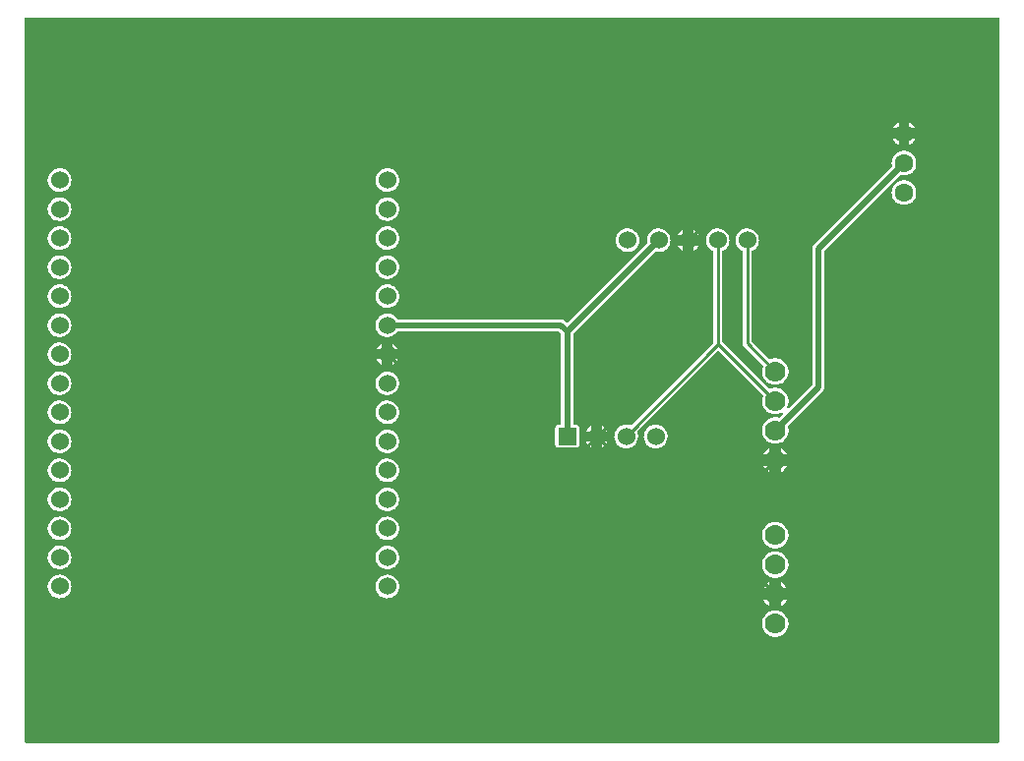
<source format=gbl>
G04 Layer: BottomLayer*
G04 EasyEDA v6.5.22, 2023-01-16 17:42:31*
G04 f8123aca958c4c3ea5a118542eafadee,9c419fbbf7cf4e6293d4911e9c662303,10*
G04 Gerber Generator version 0.2*
G04 Scale: 100 percent, Rotated: No, Reflected: No *
G04 Dimensions in inches *
G04 leading zeros omitted , absolute positions ,3 integer and 6 decimal *
%FSLAX36Y36*%
%MOIN*%

%ADD10C,0.0200*%
%ADD11C,0.0100*%
%ADD12R,0.0600X0.0600*%
%ADD13C,0.0600*%
%ADD14C,0.0630*%
%ADD15C,0.0700*%
%ADD16C,0.0126*%

%LPD*%
G36*
X289800Y600700D02*
G01*
X288260Y601000D01*
X286980Y601880D01*
X286100Y603160D01*
X285800Y604700D01*
X285800Y3055800D01*
X286100Y3057340D01*
X286980Y3058620D01*
X288260Y3059500D01*
X289800Y3059800D01*
X3585800Y3059800D01*
X3587340Y3059500D01*
X3588620Y3058620D01*
X3589500Y3057340D01*
X3589800Y3055800D01*
X3589800Y604700D01*
X3589500Y603160D01*
X3588620Y601880D01*
X3587340Y601000D01*
X3585800Y600700D01*
G37*

%LPC*%
G36*
X2830000Y959800D02*
G01*
X2835659Y960160D01*
X2841240Y961220D01*
X2846640Y962980D01*
X2851780Y965400D01*
X2856560Y968439D01*
X2860940Y972060D01*
X2864820Y976200D01*
X2868159Y980780D01*
X2870899Y985759D01*
X2872980Y991040D01*
X2874400Y996540D01*
X2875100Y1002159D01*
X2875100Y1007840D01*
X2874400Y1013460D01*
X2872980Y1018960D01*
X2870899Y1024240D01*
X2868159Y1029220D01*
X2864820Y1033800D01*
X2860940Y1037940D01*
X2856560Y1041560D01*
X2851780Y1044599D01*
X2846640Y1047020D01*
X2841240Y1048780D01*
X2835659Y1049840D01*
X2830000Y1050200D01*
X2824340Y1049840D01*
X2818759Y1048780D01*
X2813360Y1047020D01*
X2808220Y1044599D01*
X2803440Y1041560D01*
X2799060Y1037940D01*
X2795179Y1033800D01*
X2791840Y1029220D01*
X2789100Y1024240D01*
X2787020Y1018960D01*
X2785600Y1013460D01*
X2784900Y1007840D01*
X2784900Y1002159D01*
X2785600Y996540D01*
X2787020Y991040D01*
X2789100Y985759D01*
X2791840Y980780D01*
X2795179Y976200D01*
X2799060Y972060D01*
X2803440Y968439D01*
X2808220Y965400D01*
X2813360Y962980D01*
X2818759Y961220D01*
X2824340Y960160D01*
G37*
G36*
X2850000Y1064560D02*
G01*
X2851780Y1065400D01*
X2856560Y1068440D01*
X2860940Y1072060D01*
X2864820Y1076200D01*
X2868159Y1080780D01*
X2870480Y1085000D01*
X2850000Y1085000D01*
G37*
G36*
X2810000Y1064560D02*
G01*
X2810000Y1085000D01*
X2789520Y1085000D01*
X2791840Y1080780D01*
X2795179Y1076200D01*
X2799060Y1072060D01*
X2803440Y1068440D01*
X2808220Y1065400D01*
G37*
G36*
X403540Y1090860D02*
G01*
X408900Y1091040D01*
X414200Y1091920D01*
X419320Y1093520D01*
X424200Y1095780D01*
X428720Y1098660D01*
X432819Y1102140D01*
X436420Y1106120D01*
X439460Y1110540D01*
X441880Y1115340D01*
X443640Y1120400D01*
X444720Y1125660D01*
X445080Y1131020D01*
X444720Y1136380D01*
X443640Y1141640D01*
X441880Y1146720D01*
X439460Y1151500D01*
X436420Y1155940D01*
X432819Y1159920D01*
X428720Y1163380D01*
X424200Y1166260D01*
X419320Y1168520D01*
X414200Y1170120D01*
X408900Y1171020D01*
X403540Y1171200D01*
X398200Y1170660D01*
X392980Y1169420D01*
X387960Y1167480D01*
X383260Y1164900D01*
X378940Y1161720D01*
X375080Y1157980D01*
X371740Y1153760D01*
X369020Y1149160D01*
X366920Y1144200D01*
X365500Y1139020D01*
X364780Y1133700D01*
X364780Y1128340D01*
X365500Y1123020D01*
X366920Y1117840D01*
X369020Y1112900D01*
X371740Y1108280D01*
X375080Y1104060D01*
X378940Y1100340D01*
X383260Y1097140D01*
X387960Y1094560D01*
X392980Y1092640D01*
X398200Y1091400D01*
G37*
G36*
X1513779Y1090860D02*
G01*
X1519139Y1091040D01*
X1524440Y1091920D01*
X1529560Y1093520D01*
X1534440Y1095780D01*
X1538959Y1098660D01*
X1543060Y1102140D01*
X1546660Y1106120D01*
X1549700Y1110540D01*
X1552120Y1115340D01*
X1553880Y1120400D01*
X1554960Y1125660D01*
X1555300Y1131020D01*
X1554960Y1136380D01*
X1553880Y1141640D01*
X1552120Y1146720D01*
X1549700Y1151500D01*
X1546660Y1155940D01*
X1543060Y1159920D01*
X1538959Y1163380D01*
X1534440Y1166260D01*
X1529560Y1168520D01*
X1524440Y1170120D01*
X1519139Y1171020D01*
X1513779Y1171200D01*
X1508440Y1170660D01*
X1503220Y1169420D01*
X1498200Y1167480D01*
X1493500Y1164900D01*
X1489160Y1161720D01*
X1485320Y1157980D01*
X1481980Y1153760D01*
X1479240Y1149160D01*
X1477160Y1144200D01*
X1475740Y1139020D01*
X1475020Y1133700D01*
X1475020Y1128340D01*
X1475740Y1123020D01*
X1477160Y1117840D01*
X1479240Y1112900D01*
X1481980Y1108280D01*
X1485320Y1104060D01*
X1489160Y1100340D01*
X1493500Y1097140D01*
X1498200Y1094560D01*
X1503220Y1092640D01*
X1508440Y1091400D01*
G37*
G36*
X2850000Y1125000D02*
G01*
X2870480Y1125000D01*
X2868159Y1129220D01*
X2864820Y1133800D01*
X2860940Y1137940D01*
X2856560Y1141560D01*
X2851780Y1144600D01*
X2850000Y1145440D01*
G37*
G36*
X2789520Y1125000D02*
G01*
X2810000Y1125000D01*
X2810000Y1145440D01*
X2808220Y1144600D01*
X2803440Y1141560D01*
X2799060Y1137940D01*
X2795179Y1133800D01*
X2791840Y1129220D01*
G37*
G36*
X2830000Y1159800D02*
G01*
X2835659Y1160160D01*
X2841240Y1161220D01*
X2846640Y1162980D01*
X2851780Y1165400D01*
X2856560Y1168440D01*
X2860940Y1172060D01*
X2864820Y1176200D01*
X2868159Y1180780D01*
X2870899Y1185760D01*
X2872980Y1191040D01*
X2874400Y1196540D01*
X2875100Y1202160D01*
X2875100Y1207840D01*
X2874400Y1213460D01*
X2872980Y1218960D01*
X2870899Y1224240D01*
X2868159Y1229220D01*
X2864820Y1233800D01*
X2860940Y1237940D01*
X2856560Y1241560D01*
X2851780Y1244600D01*
X2846640Y1247020D01*
X2841240Y1248780D01*
X2835659Y1249840D01*
X2830000Y1250200D01*
X2824340Y1249840D01*
X2818759Y1248780D01*
X2813360Y1247020D01*
X2808220Y1244600D01*
X2803440Y1241560D01*
X2799060Y1237940D01*
X2795179Y1233800D01*
X2791840Y1229220D01*
X2789100Y1224240D01*
X2787020Y1218960D01*
X2785600Y1213460D01*
X2784900Y1207840D01*
X2784900Y1202160D01*
X2785600Y1196540D01*
X2787020Y1191040D01*
X2789100Y1185760D01*
X2791840Y1180780D01*
X2795179Y1176200D01*
X2799060Y1172060D01*
X2803440Y1168440D01*
X2808220Y1165400D01*
X2813360Y1162980D01*
X2818759Y1161220D01*
X2824340Y1160160D01*
G37*
G36*
X403540Y1189280D02*
G01*
X408900Y1189460D01*
X414200Y1190360D01*
X419320Y1191940D01*
X424200Y1194200D01*
X428720Y1197100D01*
X432819Y1200560D01*
X436420Y1204540D01*
X439460Y1208960D01*
X441880Y1213760D01*
X443640Y1218840D01*
X444720Y1224100D01*
X445080Y1229440D01*
X444720Y1234800D01*
X443640Y1240060D01*
X441880Y1245140D01*
X439460Y1249940D01*
X436420Y1254360D01*
X432819Y1258340D01*
X428720Y1261800D01*
X424200Y1264700D01*
X419320Y1266960D01*
X414200Y1268540D01*
X408900Y1269440D01*
X403540Y1269620D01*
X398200Y1269080D01*
X392980Y1267840D01*
X387960Y1265900D01*
X383260Y1263320D01*
X378940Y1260140D01*
X375080Y1256400D01*
X371740Y1252200D01*
X369020Y1247580D01*
X366920Y1242640D01*
X365500Y1237460D01*
X364780Y1232140D01*
X364780Y1226760D01*
X365500Y1221440D01*
X366920Y1216260D01*
X369020Y1211320D01*
X371740Y1206700D01*
X375080Y1202500D01*
X378940Y1198760D01*
X383260Y1195580D01*
X387960Y1193000D01*
X392980Y1191060D01*
X398200Y1189820D01*
G37*
G36*
X1513779Y1189280D02*
G01*
X1519139Y1189460D01*
X1524440Y1190360D01*
X1529560Y1191940D01*
X1534440Y1194200D01*
X1538959Y1197100D01*
X1543060Y1200560D01*
X1546660Y1204540D01*
X1549700Y1208960D01*
X1552120Y1213760D01*
X1553880Y1218840D01*
X1554960Y1224100D01*
X1555300Y1229440D01*
X1554960Y1234800D01*
X1553880Y1240060D01*
X1552120Y1245140D01*
X1549700Y1249940D01*
X1546660Y1254360D01*
X1543060Y1258340D01*
X1538959Y1261800D01*
X1534440Y1264700D01*
X1529560Y1266960D01*
X1524440Y1268540D01*
X1519139Y1269440D01*
X1513779Y1269620D01*
X1508440Y1269080D01*
X1503220Y1267840D01*
X1498200Y1265900D01*
X1493500Y1263320D01*
X1489160Y1260140D01*
X1485320Y1256400D01*
X1481980Y1252200D01*
X1479240Y1247580D01*
X1477160Y1242640D01*
X1475740Y1237460D01*
X1475020Y1232140D01*
X1475020Y1226760D01*
X1475740Y1221440D01*
X1477160Y1216260D01*
X1479240Y1211320D01*
X1481980Y1206700D01*
X1485320Y1202500D01*
X1489160Y1198760D01*
X1493500Y1195580D01*
X1498200Y1193000D01*
X1503220Y1191060D01*
X1508440Y1189820D01*
G37*
G36*
X2830000Y1259800D02*
G01*
X2835659Y1260160D01*
X2841240Y1261220D01*
X2846640Y1262980D01*
X2851780Y1265400D01*
X2856560Y1268440D01*
X2860940Y1272060D01*
X2864820Y1276200D01*
X2868159Y1280780D01*
X2870899Y1285760D01*
X2872980Y1291040D01*
X2874400Y1296540D01*
X2875100Y1302160D01*
X2875100Y1307840D01*
X2874400Y1313460D01*
X2872980Y1318959D01*
X2870899Y1324240D01*
X2868159Y1329220D01*
X2864820Y1333800D01*
X2860940Y1337940D01*
X2856560Y1341560D01*
X2851780Y1344600D01*
X2846640Y1347020D01*
X2841240Y1348779D01*
X2835659Y1349840D01*
X2830000Y1350200D01*
X2824340Y1349840D01*
X2818759Y1348779D01*
X2813360Y1347020D01*
X2808220Y1344600D01*
X2803440Y1341560D01*
X2799060Y1337940D01*
X2795179Y1333800D01*
X2791840Y1329220D01*
X2789100Y1324240D01*
X2787020Y1318959D01*
X2785600Y1313460D01*
X2784900Y1307840D01*
X2784900Y1302160D01*
X2785600Y1296540D01*
X2787020Y1291040D01*
X2789100Y1285760D01*
X2791840Y1280780D01*
X2795179Y1276200D01*
X2799060Y1272060D01*
X2803440Y1268440D01*
X2808220Y1265400D01*
X2813360Y1262980D01*
X2818759Y1261220D01*
X2824340Y1260160D01*
G37*
G36*
X403540Y1287700D02*
G01*
X408900Y1287880D01*
X414200Y1288779D01*
X419320Y1290360D01*
X424200Y1292620D01*
X428720Y1295520D01*
X432819Y1298980D01*
X436420Y1302960D01*
X439460Y1307400D01*
X441880Y1312180D01*
X443640Y1317260D01*
X444720Y1322520D01*
X445080Y1327880D01*
X444720Y1333240D01*
X443640Y1338500D01*
X441880Y1343560D01*
X439460Y1348360D01*
X436420Y1352780D01*
X432819Y1356759D01*
X428720Y1360240D01*
X424200Y1363120D01*
X419320Y1365380D01*
X414200Y1366980D01*
X408900Y1367860D01*
X403540Y1368040D01*
X398200Y1367500D01*
X392980Y1366260D01*
X387960Y1364340D01*
X383260Y1361759D01*
X378940Y1358560D01*
X375080Y1354840D01*
X371740Y1350620D01*
X369020Y1346000D01*
X366920Y1341060D01*
X365500Y1335880D01*
X364780Y1330560D01*
X364780Y1325200D01*
X365500Y1319860D01*
X366920Y1314700D01*
X369020Y1309740D01*
X371740Y1305120D01*
X375080Y1300920D01*
X378940Y1297180D01*
X383260Y1294000D01*
X387960Y1291420D01*
X392980Y1289480D01*
X398200Y1288240D01*
G37*
G36*
X1513779Y1287700D02*
G01*
X1519139Y1287880D01*
X1524440Y1288779D01*
X1529560Y1290360D01*
X1534440Y1292620D01*
X1538959Y1295520D01*
X1543060Y1298980D01*
X1546660Y1302960D01*
X1549700Y1307400D01*
X1552120Y1312180D01*
X1553880Y1317260D01*
X1554960Y1322520D01*
X1555300Y1327880D01*
X1554960Y1333240D01*
X1553880Y1338500D01*
X1552120Y1343560D01*
X1549700Y1348360D01*
X1546660Y1352780D01*
X1543060Y1356759D01*
X1538959Y1360240D01*
X1534440Y1363120D01*
X1529560Y1365380D01*
X1524440Y1366980D01*
X1519139Y1367860D01*
X1513779Y1368040D01*
X1508440Y1367500D01*
X1503220Y1366260D01*
X1498200Y1364340D01*
X1493500Y1361759D01*
X1489160Y1358560D01*
X1485320Y1354840D01*
X1481980Y1350620D01*
X1479240Y1346000D01*
X1477160Y1341060D01*
X1475740Y1335880D01*
X1475020Y1330560D01*
X1475020Y1325200D01*
X1475740Y1319860D01*
X1477160Y1314700D01*
X1479240Y1309740D01*
X1481980Y1305120D01*
X1485320Y1300920D01*
X1489160Y1297180D01*
X1493500Y1294000D01*
X1498200Y1291420D01*
X1503220Y1289480D01*
X1508440Y1288240D01*
G37*
G36*
X403540Y1386140D02*
G01*
X408900Y1386320D01*
X414200Y1387200D01*
X419320Y1388800D01*
X424200Y1391060D01*
X428720Y1393940D01*
X432819Y1397400D01*
X436420Y1401399D01*
X439460Y1405820D01*
X441880Y1410600D01*
X443640Y1415680D01*
X444720Y1420940D01*
X445080Y1426300D01*
X444720Y1431660D01*
X443640Y1436920D01*
X441880Y1442000D01*
X439460Y1446780D01*
X436420Y1451200D01*
X432819Y1455200D01*
X428720Y1458660D01*
X424200Y1461540D01*
X419320Y1463800D01*
X414200Y1465400D01*
X408900Y1466279D01*
X403540Y1466459D01*
X398200Y1465940D01*
X392980Y1464680D01*
X387960Y1462760D01*
X383260Y1460180D01*
X378940Y1457000D01*
X375080Y1453260D01*
X371740Y1449040D01*
X369020Y1444420D01*
X366920Y1439480D01*
X365500Y1434300D01*
X364780Y1428980D01*
X364780Y1423620D01*
X365500Y1418300D01*
X366920Y1413120D01*
X369020Y1408180D01*
X371740Y1403560D01*
X375080Y1399340D01*
X378940Y1395600D01*
X383260Y1392420D01*
X387960Y1389840D01*
X392980Y1387920D01*
X398200Y1386660D01*
G37*
G36*
X1513779Y1386140D02*
G01*
X1519139Y1386320D01*
X1524440Y1387200D01*
X1529560Y1388800D01*
X1534440Y1391060D01*
X1538959Y1393940D01*
X1543060Y1397400D01*
X1546660Y1401399D01*
X1549700Y1405820D01*
X1552120Y1410600D01*
X1553880Y1415680D01*
X1554960Y1420940D01*
X1555300Y1426300D01*
X1554960Y1431660D01*
X1553880Y1436920D01*
X1552120Y1442000D01*
X1549700Y1446780D01*
X1546660Y1451200D01*
X1543060Y1455200D01*
X1538959Y1458660D01*
X1534440Y1461540D01*
X1529560Y1463800D01*
X1524440Y1465400D01*
X1519139Y1466279D01*
X1513779Y1466459D01*
X1508440Y1465940D01*
X1503220Y1464680D01*
X1498200Y1462760D01*
X1493500Y1460180D01*
X1489160Y1457000D01*
X1485320Y1453260D01*
X1481980Y1449040D01*
X1479240Y1444420D01*
X1477160Y1439480D01*
X1475740Y1434300D01*
X1475020Y1428980D01*
X1475020Y1423620D01*
X1475740Y1418300D01*
X1477160Y1413120D01*
X1479240Y1408180D01*
X1481980Y1403560D01*
X1485320Y1399340D01*
X1489160Y1395600D01*
X1493500Y1392420D01*
X1498200Y1389840D01*
X1503220Y1387920D01*
X1508440Y1386660D01*
G37*
G36*
X403540Y1484560D02*
G01*
X408900Y1484740D01*
X414200Y1485620D01*
X419320Y1487220D01*
X424200Y1489480D01*
X428720Y1492360D01*
X432819Y1495840D01*
X436420Y1499820D01*
X439460Y1504240D01*
X441880Y1509040D01*
X443640Y1514100D01*
X444720Y1519360D01*
X445080Y1524720D01*
X444720Y1530080D01*
X443640Y1535340D01*
X441880Y1540420D01*
X439460Y1545200D01*
X436420Y1549640D01*
X432819Y1553620D01*
X428720Y1557080D01*
X424200Y1559980D01*
X419320Y1562240D01*
X414200Y1563820D01*
X408900Y1564720D01*
X403540Y1564900D01*
X398200Y1564360D01*
X392980Y1563120D01*
X387960Y1561180D01*
X383260Y1558600D01*
X378940Y1555420D01*
X375080Y1551680D01*
X371740Y1547480D01*
X369020Y1542860D01*
X366920Y1537900D01*
X365500Y1532740D01*
X364780Y1527400D01*
X364780Y1522040D01*
X365500Y1516720D01*
X366920Y1511540D01*
X369020Y1506600D01*
X371740Y1501980D01*
X375080Y1497760D01*
X378940Y1494040D01*
X383260Y1490840D01*
X387960Y1488260D01*
X392980Y1486339D01*
X398200Y1485100D01*
G37*
G36*
X1513779Y1484560D02*
G01*
X1519139Y1484740D01*
X1524440Y1485620D01*
X1529560Y1487220D01*
X1534440Y1489480D01*
X1538959Y1492360D01*
X1543060Y1495840D01*
X1546660Y1499820D01*
X1549700Y1504240D01*
X1552120Y1509040D01*
X1553880Y1514100D01*
X1554960Y1519360D01*
X1555300Y1524720D01*
X1554960Y1530080D01*
X1553880Y1535340D01*
X1552120Y1540420D01*
X1549700Y1545200D01*
X1546660Y1549640D01*
X1543060Y1553620D01*
X1538959Y1557080D01*
X1534440Y1559980D01*
X1529560Y1562240D01*
X1524440Y1563820D01*
X1519139Y1564720D01*
X1513779Y1564900D01*
X1508440Y1564360D01*
X1503220Y1563120D01*
X1498200Y1561180D01*
X1493500Y1558600D01*
X1489160Y1555420D01*
X1485320Y1551680D01*
X1481980Y1547480D01*
X1479240Y1542860D01*
X1477160Y1537900D01*
X1475740Y1532740D01*
X1475020Y1527400D01*
X1475020Y1522040D01*
X1475740Y1516720D01*
X1477160Y1511540D01*
X1479240Y1506600D01*
X1481980Y1501980D01*
X1485320Y1497760D01*
X1489160Y1494040D01*
X1493500Y1490840D01*
X1498200Y1488260D01*
X1503220Y1486339D01*
X1508440Y1485100D01*
G37*
G36*
X2850000Y1519560D02*
G01*
X2851780Y1520400D01*
X2856560Y1523440D01*
X2860940Y1527060D01*
X2864820Y1531200D01*
X2868159Y1535780D01*
X2870480Y1540000D01*
X2850000Y1540000D01*
G37*
G36*
X2810000Y1519560D02*
G01*
X2810000Y1540000D01*
X2789520Y1540000D01*
X2791840Y1535780D01*
X2795179Y1531200D01*
X2799060Y1527060D01*
X2803440Y1523440D01*
X2808220Y1520400D01*
G37*
G36*
X2789520Y1580000D02*
G01*
X2810000Y1580000D01*
X2810000Y1600440D01*
X2808220Y1599600D01*
X2803440Y1596560D01*
X2799060Y1592940D01*
X2795179Y1588800D01*
X2791840Y1584220D01*
G37*
G36*
X2850000Y1580000D02*
G01*
X2870480Y1580000D01*
X2868159Y1584220D01*
X2864820Y1588800D01*
X2860940Y1592940D01*
X2856560Y1596560D01*
X2851780Y1599600D01*
X2850000Y1600440D01*
G37*
G36*
X403540Y1582980D02*
G01*
X408900Y1583160D01*
X414200Y1584060D01*
X419320Y1585640D01*
X424200Y1587900D01*
X428720Y1590800D01*
X432819Y1594259D01*
X436420Y1598240D01*
X439460Y1602660D01*
X441880Y1607460D01*
X443640Y1612540D01*
X444720Y1617800D01*
X445080Y1623140D01*
X444720Y1628500D01*
X443640Y1633760D01*
X441880Y1638839D01*
X439460Y1643640D01*
X436420Y1648060D01*
X432819Y1652040D01*
X428720Y1655500D01*
X424200Y1658400D01*
X419320Y1660660D01*
X414200Y1662240D01*
X408900Y1663140D01*
X403540Y1663320D01*
X398200Y1662780D01*
X392980Y1661540D01*
X387960Y1659600D01*
X383260Y1657020D01*
X378940Y1653839D01*
X375080Y1650100D01*
X371740Y1645900D01*
X369020Y1641279D01*
X366920Y1636339D01*
X365500Y1631160D01*
X364780Y1625840D01*
X364780Y1620460D01*
X365500Y1615140D01*
X366920Y1609960D01*
X369020Y1605020D01*
X371740Y1600400D01*
X375080Y1596200D01*
X378940Y1592460D01*
X383260Y1589280D01*
X387960Y1586699D01*
X392980Y1584760D01*
X398200Y1583520D01*
G37*
G36*
X1513779Y1582980D02*
G01*
X1519139Y1583160D01*
X1524440Y1584060D01*
X1529560Y1585640D01*
X1534440Y1587900D01*
X1538959Y1590800D01*
X1543060Y1594259D01*
X1546660Y1598240D01*
X1549700Y1602660D01*
X1552120Y1607460D01*
X1553880Y1612540D01*
X1554960Y1617800D01*
X1555300Y1623140D01*
X1554960Y1628500D01*
X1553880Y1633760D01*
X1552120Y1638839D01*
X1549700Y1643640D01*
X1546660Y1648060D01*
X1543060Y1652040D01*
X1538959Y1655500D01*
X1534440Y1658400D01*
X1529560Y1660660D01*
X1524440Y1662240D01*
X1519139Y1663140D01*
X1513779Y1663320D01*
X1508440Y1662780D01*
X1503220Y1661540D01*
X1498200Y1659600D01*
X1493500Y1657020D01*
X1489160Y1653839D01*
X1485320Y1650100D01*
X1481980Y1645900D01*
X1479240Y1641279D01*
X1477160Y1636339D01*
X1475740Y1631160D01*
X1475020Y1625840D01*
X1475020Y1620460D01*
X1475740Y1615140D01*
X1477160Y1609960D01*
X1479240Y1605020D01*
X1481980Y1600400D01*
X1485320Y1596200D01*
X1489160Y1592460D01*
X1493500Y1589280D01*
X1498200Y1586699D01*
X1503220Y1584760D01*
X1508440Y1583520D01*
G37*
G36*
X2095220Y1599800D02*
G01*
X2154780Y1599800D01*
X2157260Y1600080D01*
X2159420Y1600840D01*
X2161340Y1602040D01*
X2162960Y1603660D01*
X2164160Y1605580D01*
X2164920Y1607740D01*
X2165200Y1610220D01*
X2165200Y1669780D01*
X2164920Y1672260D01*
X2164160Y1674420D01*
X2162960Y1676339D01*
X2161340Y1677960D01*
X2159420Y1679160D01*
X2157260Y1679920D01*
X2154780Y1680200D01*
X2149200Y1680200D01*
X2147680Y1680500D01*
X2146380Y1681380D01*
X2145500Y1682660D01*
X2145200Y1684199D01*
X2145200Y1984980D01*
X2145500Y1986500D01*
X2146380Y1987800D01*
X2423200Y2264640D01*
X2424300Y2265420D01*
X2425600Y2265780D01*
X2426960Y2265700D01*
X2428320Y2265360D01*
X2433660Y2264840D01*
X2439020Y2265020D01*
X2444320Y2265900D01*
X2449440Y2267500D01*
X2454320Y2269760D01*
X2458840Y2272640D01*
X2462940Y2276100D01*
X2466540Y2280100D01*
X2469580Y2284520D01*
X2472000Y2289300D01*
X2473760Y2294380D01*
X2474840Y2299640D01*
X2475200Y2305000D01*
X2474840Y2310360D01*
X2473760Y2315620D01*
X2472000Y2320700D01*
X2469580Y2325480D01*
X2466540Y2329900D01*
X2462940Y2333900D01*
X2458840Y2337360D01*
X2454320Y2340240D01*
X2449440Y2342500D01*
X2444320Y2344100D01*
X2439020Y2344980D01*
X2433660Y2345160D01*
X2428320Y2344640D01*
X2423100Y2343380D01*
X2418080Y2341460D01*
X2413380Y2338880D01*
X2409060Y2335700D01*
X2405200Y2331960D01*
X2401860Y2327740D01*
X2399120Y2323120D01*
X2397040Y2318180D01*
X2395620Y2313000D01*
X2394900Y2307680D01*
X2394900Y2302320D01*
X2395700Y2296520D01*
X2395700Y2295300D01*
X2395300Y2294140D01*
X2394580Y2293140D01*
X2127820Y2026399D01*
X2126540Y2025520D01*
X2125000Y2025220D01*
X2123480Y2025520D01*
X2122180Y2026399D01*
X2117500Y2031080D01*
X2116140Y2032320D01*
X2114740Y2033400D01*
X2113240Y2034340D01*
X2111680Y2035160D01*
X2110060Y2035820D01*
X2108380Y2036360D01*
X2106660Y2036740D01*
X2104920Y2036980D01*
X2103060Y2037060D01*
X1552000Y2037060D01*
X1550720Y2037260D01*
X1549580Y2037860D01*
X1548700Y2038779D01*
X1546660Y2041759D01*
X1543060Y2045740D01*
X1538959Y2049199D01*
X1534440Y2052100D01*
X1529560Y2054360D01*
X1524440Y2055940D01*
X1519139Y2056840D01*
X1513779Y2057020D01*
X1508440Y2056480D01*
X1503220Y2055240D01*
X1498200Y2053300D01*
X1493500Y2050720D01*
X1489160Y2047540D01*
X1485320Y2043820D01*
X1481980Y2039600D01*
X1479240Y2034980D01*
X1477160Y2030040D01*
X1475740Y2024860D01*
X1475020Y2019540D01*
X1475020Y2014160D01*
X1475740Y2008839D01*
X1477160Y2003660D01*
X1479240Y1998720D01*
X1481980Y1994100D01*
X1485320Y1989900D01*
X1489160Y1986160D01*
X1493500Y1982980D01*
X1498200Y1980400D01*
X1503220Y1978460D01*
X1508440Y1977220D01*
X1513779Y1976680D01*
X1519139Y1976860D01*
X1524440Y1977760D01*
X1529560Y1979340D01*
X1534440Y1981600D01*
X1538959Y1984500D01*
X1543060Y1987960D01*
X1546660Y1991940D01*
X1548700Y1994920D01*
X1549580Y1995840D01*
X1550720Y1996440D01*
X1552000Y1996660D01*
X2093120Y1996660D01*
X2094660Y1996339D01*
X2095960Y1995480D01*
X2103620Y1987800D01*
X2104500Y1986500D01*
X2104800Y1984980D01*
X2104800Y1684199D01*
X2104500Y1682660D01*
X2103620Y1681380D01*
X2102340Y1680500D01*
X2100800Y1680200D01*
X2095220Y1680200D01*
X2092740Y1679920D01*
X2090580Y1679160D01*
X2088660Y1677960D01*
X2087040Y1676339D01*
X2085840Y1674420D01*
X2085080Y1672260D01*
X2084800Y1669780D01*
X2084800Y1610220D01*
X2085080Y1607740D01*
X2085840Y1605580D01*
X2087040Y1603660D01*
X2088660Y1602040D01*
X2090580Y1600840D01*
X2092740Y1600080D01*
G37*
G36*
X2422320Y1599900D02*
G01*
X2427680Y1599900D01*
X2433000Y1600620D01*
X2438180Y1602040D01*
X2443120Y1604120D01*
X2447740Y1606860D01*
X2451960Y1610200D01*
X2455700Y1614060D01*
X2458880Y1618380D01*
X2461460Y1623080D01*
X2463380Y1628100D01*
X2464640Y1633320D01*
X2465160Y1638660D01*
X2464980Y1644019D01*
X2464100Y1649319D01*
X2462500Y1654440D01*
X2460240Y1659319D01*
X2457360Y1663839D01*
X2453900Y1667940D01*
X2449900Y1671540D01*
X2445480Y1674580D01*
X2440700Y1677000D01*
X2435620Y1678760D01*
X2430360Y1679840D01*
X2425000Y1680200D01*
X2419640Y1679840D01*
X2414380Y1678760D01*
X2409300Y1677000D01*
X2404520Y1674580D01*
X2400100Y1671540D01*
X2396100Y1667940D01*
X2392640Y1663839D01*
X2389760Y1659319D01*
X2387500Y1654440D01*
X2385900Y1649319D01*
X2385020Y1644019D01*
X2384840Y1638660D01*
X2385360Y1633320D01*
X2386620Y1628100D01*
X2388540Y1623080D01*
X2391120Y1618380D01*
X2394300Y1614060D01*
X2398040Y1610200D01*
X2402260Y1606860D01*
X2406880Y1604120D01*
X2411820Y1602040D01*
X2417000Y1600620D01*
G37*
G36*
X2322320Y1599900D02*
G01*
X2327680Y1599900D01*
X2333000Y1600620D01*
X2338180Y1602040D01*
X2343120Y1604120D01*
X2347740Y1606860D01*
X2351960Y1610200D01*
X2355700Y1614060D01*
X2358880Y1618380D01*
X2361460Y1623080D01*
X2363380Y1628100D01*
X2364640Y1633320D01*
X2365160Y1638660D01*
X2364980Y1644019D01*
X2364100Y1649319D01*
X2362860Y1653340D01*
X2362680Y1654760D01*
X2363020Y1656160D01*
X2363840Y1657340D01*
X2634680Y1928180D01*
X2635980Y1929040D01*
X2637500Y1929340D01*
X2639040Y1929040D01*
X2640320Y1928180D01*
X2787300Y1781220D01*
X2788159Y1779940D01*
X2788460Y1778420D01*
X2788180Y1776900D01*
X2787020Y1773959D01*
X2785600Y1768460D01*
X2784900Y1762840D01*
X2784900Y1757160D01*
X2785600Y1751540D01*
X2787020Y1746040D01*
X2789100Y1740760D01*
X2791840Y1735780D01*
X2795179Y1731200D01*
X2799060Y1727060D01*
X2803440Y1723440D01*
X2808220Y1720400D01*
X2813360Y1717980D01*
X2818759Y1716220D01*
X2824340Y1715160D01*
X2830000Y1714800D01*
X2835659Y1715160D01*
X2841240Y1716220D01*
X2846640Y1717980D01*
X2850040Y1719580D01*
X2851580Y1719960D01*
X2853140Y1719700D01*
X2854480Y1718860D01*
X2855400Y1717560D01*
X2855740Y1716020D01*
X2855440Y1714460D01*
X2854560Y1713140D01*
X2845960Y1704540D01*
X2844760Y1703700D01*
X2843340Y1703360D01*
X2835659Y1704840D01*
X2830000Y1705200D01*
X2824340Y1704840D01*
X2818759Y1703779D01*
X2813360Y1702020D01*
X2808220Y1699600D01*
X2803440Y1696560D01*
X2799060Y1692940D01*
X2795179Y1688800D01*
X2791840Y1684220D01*
X2789100Y1679240D01*
X2787020Y1673959D01*
X2785600Y1668460D01*
X2784900Y1662840D01*
X2784900Y1657160D01*
X2785600Y1651540D01*
X2787020Y1646040D01*
X2789100Y1640760D01*
X2791840Y1635780D01*
X2795179Y1631200D01*
X2799060Y1627060D01*
X2803440Y1623440D01*
X2808220Y1620400D01*
X2813360Y1617980D01*
X2818759Y1616220D01*
X2824340Y1615160D01*
X2830000Y1614800D01*
X2835659Y1615160D01*
X2841240Y1616220D01*
X2846640Y1617980D01*
X2851780Y1620400D01*
X2856560Y1623440D01*
X2860940Y1627060D01*
X2864820Y1631200D01*
X2868159Y1635780D01*
X2870899Y1640760D01*
X2872980Y1646040D01*
X2874400Y1651540D01*
X2875100Y1657160D01*
X2875100Y1662840D01*
X2874400Y1668460D01*
X2873460Y1672120D01*
X2873340Y1673480D01*
X2873720Y1674800D01*
X2874500Y1675940D01*
X2989380Y1790820D01*
X2990640Y1792180D01*
X2991700Y1793580D01*
X2992660Y1795060D01*
X2993460Y1796620D01*
X2994140Y1798260D01*
X2994660Y1799940D01*
X2995059Y1801660D01*
X2995280Y1803400D01*
X2995360Y1805240D01*
X2995360Y2264940D01*
X2995659Y2266480D01*
X2996540Y2267780D01*
X3253380Y2524620D01*
X3254440Y2525380D01*
X3255680Y2525760D01*
X3256980Y2525720D01*
X3261000Y2524920D01*
X3266440Y2524560D01*
X3271880Y2524920D01*
X3277240Y2525980D01*
X3282400Y2527740D01*
X3287280Y2530140D01*
X3291820Y2533180D01*
X3295920Y2536780D01*
X3299520Y2540880D01*
X3302540Y2545400D01*
X3304960Y2550300D01*
X3306720Y2555460D01*
X3307780Y2560800D01*
X3308140Y2566240D01*
X3307780Y2571700D01*
X3306720Y2577040D01*
X3304960Y2582200D01*
X3302540Y2587100D01*
X3299520Y2591620D01*
X3295920Y2595720D01*
X3291820Y2599320D01*
X3287280Y2602360D01*
X3282400Y2604760D01*
X3277240Y2606520D01*
X3271880Y2607580D01*
X3266440Y2607940D01*
X3261000Y2607580D01*
X3255659Y2606520D01*
X3250500Y2604760D01*
X3245600Y2602360D01*
X3241060Y2599320D01*
X3236960Y2595720D01*
X3233380Y2591620D01*
X3230340Y2587100D01*
X3227940Y2582200D01*
X3226180Y2577040D01*
X3225120Y2571700D01*
X3224760Y2566240D01*
X3225120Y2560800D01*
X3225920Y2556800D01*
X3225960Y2555500D01*
X3225580Y2554260D01*
X3224820Y2553200D01*
X2960940Y2289320D01*
X2959680Y2287960D01*
X2958620Y2286560D01*
X2957679Y2285060D01*
X2956860Y2283500D01*
X2956180Y2281880D01*
X2955659Y2280200D01*
X2955280Y2278480D01*
X2955040Y2276740D01*
X2954960Y2274880D01*
X2954960Y1815180D01*
X2954660Y1813660D01*
X2953780Y1812360D01*
X2876960Y1735540D01*
X2875620Y1734640D01*
X2874020Y1734360D01*
X2872440Y1734740D01*
X2871139Y1735720D01*
X2870340Y1737120D01*
X2870160Y1738740D01*
X2872980Y1746040D01*
X2874400Y1751540D01*
X2875100Y1757160D01*
X2875100Y1762840D01*
X2874400Y1768460D01*
X2872980Y1773959D01*
X2870899Y1779240D01*
X2868159Y1784220D01*
X2864820Y1788800D01*
X2860940Y1792940D01*
X2856560Y1796560D01*
X2851780Y1799600D01*
X2846640Y1802020D01*
X2841240Y1803779D01*
X2835659Y1804840D01*
X2830000Y1805200D01*
X2824340Y1804840D01*
X2818759Y1803779D01*
X2813260Y1801980D01*
X2811680Y1801600D01*
X2810100Y1801879D01*
X2808740Y1802760D01*
X2651380Y1960120D01*
X2650500Y1961420D01*
X2650200Y1962960D01*
X2650200Y2265300D01*
X2650480Y2266780D01*
X2651300Y2268040D01*
X2652520Y2268920D01*
X2654320Y2269760D01*
X2658840Y2272640D01*
X2662940Y2276100D01*
X2666540Y2280100D01*
X2669580Y2284520D01*
X2672000Y2289300D01*
X2673759Y2294380D01*
X2674840Y2299640D01*
X2675200Y2305000D01*
X2674840Y2310360D01*
X2673759Y2315620D01*
X2672000Y2320700D01*
X2669580Y2325480D01*
X2666540Y2329900D01*
X2662940Y2333900D01*
X2658840Y2337360D01*
X2654320Y2340240D01*
X2649440Y2342500D01*
X2644320Y2344100D01*
X2639020Y2344980D01*
X2633660Y2345160D01*
X2628320Y2344640D01*
X2623100Y2343380D01*
X2618080Y2341460D01*
X2613380Y2338880D01*
X2609060Y2335700D01*
X2605200Y2331960D01*
X2601860Y2327740D01*
X2599120Y2323120D01*
X2597040Y2318180D01*
X2595620Y2313000D01*
X2594900Y2307680D01*
X2594900Y2302320D01*
X2595620Y2297000D01*
X2597040Y2291820D01*
X2599120Y2286880D01*
X2601860Y2282260D01*
X2605200Y2278040D01*
X2609060Y2274300D01*
X2613380Y2271120D01*
X2617720Y2268740D01*
X2618820Y2267840D01*
X2619540Y2266620D01*
X2619800Y2265240D01*
X2619800Y1957960D01*
X2619500Y1956420D01*
X2618620Y1955120D01*
X2342320Y1678820D01*
X2341100Y1677980D01*
X2339660Y1677660D01*
X2338180Y1677880D01*
X2335620Y1678760D01*
X2330360Y1679840D01*
X2325000Y1680200D01*
X2319640Y1679840D01*
X2314380Y1678760D01*
X2309300Y1677000D01*
X2304520Y1674580D01*
X2300100Y1671540D01*
X2296100Y1667940D01*
X2292640Y1663839D01*
X2289760Y1659319D01*
X2287500Y1654440D01*
X2285900Y1649319D01*
X2285020Y1644019D01*
X2284840Y1638660D01*
X2285360Y1633320D01*
X2286620Y1628100D01*
X2288540Y1623080D01*
X2291120Y1618380D01*
X2294300Y1614060D01*
X2298040Y1610200D01*
X2302260Y1606860D01*
X2306880Y1604120D01*
X2311820Y1602040D01*
X2317000Y1600620D01*
G37*
G36*
X2207500Y1603860D02*
G01*
X2207500Y1622500D01*
X2188860Y1622500D01*
X2191120Y1618380D01*
X2194300Y1614060D01*
X2198040Y1610200D01*
X2202260Y1606860D01*
X2206880Y1604120D01*
G37*
G36*
X2242500Y1603860D02*
G01*
X2243120Y1604120D01*
X2247740Y1606860D01*
X2251960Y1610200D01*
X2255700Y1614060D01*
X2258880Y1618380D01*
X2261140Y1622500D01*
X2242500Y1622500D01*
G37*
G36*
X2188920Y1657500D02*
G01*
X2207500Y1657500D01*
X2207500Y1676080D01*
X2204520Y1674580D01*
X2200100Y1671540D01*
X2196100Y1667940D01*
X2192640Y1663839D01*
X2189760Y1659319D01*
G37*
G36*
X2242500Y1657500D02*
G01*
X2261080Y1657500D01*
X2260240Y1659319D01*
X2257360Y1663839D01*
X2253900Y1667940D01*
X2249900Y1671540D01*
X2245480Y1674580D01*
X2242500Y1676080D01*
G37*
G36*
X403540Y1681399D02*
G01*
X408900Y1681579D01*
X414200Y1682480D01*
X419320Y1684079D01*
X424200Y1686339D01*
X428720Y1689220D01*
X432819Y1692680D01*
X436420Y1696660D01*
X439460Y1701100D01*
X441880Y1705880D01*
X443640Y1710960D01*
X444720Y1716220D01*
X445080Y1721579D01*
X444720Y1726940D01*
X443640Y1732200D01*
X441880Y1737260D01*
X439460Y1742060D01*
X436420Y1746480D01*
X432819Y1750460D01*
X428720Y1753940D01*
X424200Y1756819D01*
X419320Y1759079D01*
X414200Y1760680D01*
X408900Y1761560D01*
X403540Y1761740D01*
X398200Y1761200D01*
X392980Y1759960D01*
X387960Y1758040D01*
X383260Y1755460D01*
X378940Y1752260D01*
X375080Y1748540D01*
X371740Y1744319D01*
X369020Y1739700D01*
X366920Y1734760D01*
X365500Y1729580D01*
X364780Y1724259D01*
X364780Y1718899D01*
X365500Y1713580D01*
X366920Y1708400D01*
X369020Y1703440D01*
X371740Y1698820D01*
X375080Y1694620D01*
X378940Y1690880D01*
X383260Y1687700D01*
X387960Y1685120D01*
X392980Y1683180D01*
X398200Y1681940D01*
G37*
G36*
X1513779Y1681399D02*
G01*
X1519139Y1681579D01*
X1524440Y1682480D01*
X1529560Y1684079D01*
X1534440Y1686339D01*
X1538959Y1689220D01*
X1543060Y1692680D01*
X1546660Y1696660D01*
X1549700Y1701100D01*
X1552120Y1705880D01*
X1553880Y1710960D01*
X1554960Y1716220D01*
X1555300Y1721579D01*
X1554960Y1726940D01*
X1553880Y1732200D01*
X1552120Y1737260D01*
X1549700Y1742060D01*
X1546660Y1746480D01*
X1543060Y1750460D01*
X1538959Y1753940D01*
X1534440Y1756819D01*
X1529560Y1759079D01*
X1524440Y1760680D01*
X1519139Y1761560D01*
X1513779Y1761740D01*
X1508440Y1761200D01*
X1503220Y1759960D01*
X1498200Y1758040D01*
X1493500Y1755460D01*
X1489160Y1752260D01*
X1485320Y1748540D01*
X1481980Y1744319D01*
X1479240Y1739700D01*
X1477160Y1734760D01*
X1475740Y1729580D01*
X1475020Y1724259D01*
X1475020Y1718899D01*
X1475740Y1713580D01*
X1477160Y1708400D01*
X1479240Y1703440D01*
X1481980Y1698820D01*
X1485320Y1694620D01*
X1489160Y1690880D01*
X1493500Y1687700D01*
X1498200Y1685120D01*
X1503220Y1683180D01*
X1508440Y1681940D01*
G37*
G36*
X403540Y1779840D02*
G01*
X408900Y1780020D01*
X414200Y1780900D01*
X419320Y1782500D01*
X424200Y1784760D01*
X428720Y1787640D01*
X432819Y1791120D01*
X436420Y1795100D01*
X439460Y1799520D01*
X441880Y1804319D01*
X443640Y1809379D01*
X444720Y1814640D01*
X445080Y1820000D01*
X444720Y1825360D01*
X443640Y1830620D01*
X441880Y1835700D01*
X439460Y1840480D01*
X436420Y1844900D01*
X432819Y1848899D01*
X428720Y1852360D01*
X424200Y1855240D01*
X419320Y1857500D01*
X414200Y1859100D01*
X408900Y1860000D01*
X403540Y1860160D01*
X398200Y1859640D01*
X392980Y1858380D01*
X387960Y1856459D01*
X383260Y1853880D01*
X378940Y1850700D01*
X375080Y1846960D01*
X371740Y1842740D01*
X369020Y1838120D01*
X366920Y1833180D01*
X365500Y1828000D01*
X364780Y1822680D01*
X364780Y1817320D01*
X365500Y1812000D01*
X366920Y1806819D01*
X369020Y1801879D01*
X371740Y1797260D01*
X375080Y1793040D01*
X378940Y1789300D01*
X383260Y1786120D01*
X387960Y1783540D01*
X392980Y1781620D01*
X398200Y1780360D01*
G37*
G36*
X1513779Y1779840D02*
G01*
X1519139Y1780020D01*
X1524440Y1780900D01*
X1529560Y1782500D01*
X1534440Y1784760D01*
X1538959Y1787640D01*
X1543060Y1791120D01*
X1546660Y1795100D01*
X1549700Y1799520D01*
X1552120Y1804319D01*
X1553880Y1809379D01*
X1554960Y1814640D01*
X1555300Y1820000D01*
X1554960Y1825360D01*
X1553880Y1830620D01*
X1552120Y1835700D01*
X1549700Y1840480D01*
X1546660Y1844900D01*
X1543060Y1848899D01*
X1538959Y1852360D01*
X1534440Y1855240D01*
X1529560Y1857500D01*
X1524440Y1859100D01*
X1519139Y1860000D01*
X1513779Y1860160D01*
X1508440Y1859640D01*
X1503220Y1858380D01*
X1498200Y1856459D01*
X1493500Y1853880D01*
X1489160Y1850700D01*
X1485320Y1846960D01*
X1481980Y1842740D01*
X1479240Y1838120D01*
X1477160Y1833180D01*
X1475740Y1828000D01*
X1475020Y1822680D01*
X1475020Y1817320D01*
X1475740Y1812000D01*
X1477160Y1806819D01*
X1479240Y1801879D01*
X1481980Y1797260D01*
X1485320Y1793040D01*
X1489160Y1789300D01*
X1493500Y1786120D01*
X1498200Y1783540D01*
X1503220Y1781620D01*
X1508440Y1780360D01*
G37*
G36*
X2830000Y1814800D02*
G01*
X2835659Y1815160D01*
X2841240Y1816220D01*
X2846640Y1817980D01*
X2851780Y1820400D01*
X2856560Y1823440D01*
X2860940Y1827060D01*
X2864820Y1831200D01*
X2868159Y1835780D01*
X2870899Y1840760D01*
X2872980Y1846040D01*
X2874400Y1851540D01*
X2875100Y1857160D01*
X2875100Y1862840D01*
X2874400Y1868460D01*
X2872980Y1873959D01*
X2870899Y1879240D01*
X2868159Y1884220D01*
X2864820Y1888800D01*
X2860940Y1892940D01*
X2856560Y1896560D01*
X2851780Y1899600D01*
X2846640Y1902020D01*
X2841240Y1903779D01*
X2835659Y1904840D01*
X2830000Y1905200D01*
X2824340Y1904840D01*
X2818759Y1903779D01*
X2813260Y1901980D01*
X2811680Y1901600D01*
X2810100Y1901879D01*
X2808740Y1902760D01*
X2751380Y1960120D01*
X2750500Y1961420D01*
X2750200Y1962960D01*
X2750200Y2265300D01*
X2750480Y2266780D01*
X2751300Y2268040D01*
X2752520Y2268920D01*
X2754320Y2269760D01*
X2758840Y2272640D01*
X2762940Y2276100D01*
X2766540Y2280100D01*
X2769580Y2284520D01*
X2772000Y2289300D01*
X2773759Y2294380D01*
X2774840Y2299640D01*
X2775200Y2305000D01*
X2774840Y2310360D01*
X2773759Y2315620D01*
X2772000Y2320700D01*
X2769580Y2325480D01*
X2766540Y2329900D01*
X2762940Y2333900D01*
X2758840Y2337360D01*
X2754320Y2340240D01*
X2749440Y2342500D01*
X2744320Y2344100D01*
X2739020Y2344980D01*
X2733660Y2345160D01*
X2728320Y2344640D01*
X2723100Y2343380D01*
X2718080Y2341460D01*
X2713380Y2338880D01*
X2709060Y2335700D01*
X2705200Y2331960D01*
X2701860Y2327740D01*
X2699120Y2323120D01*
X2697040Y2318180D01*
X2695620Y2313000D01*
X2694900Y2307680D01*
X2694900Y2302320D01*
X2695620Y2297000D01*
X2697040Y2291820D01*
X2699120Y2286880D01*
X2701860Y2282260D01*
X2705200Y2278040D01*
X2709060Y2274300D01*
X2713380Y2271120D01*
X2717720Y2268740D01*
X2718820Y2267840D01*
X2719540Y2266620D01*
X2719800Y2265240D01*
X2719800Y1955200D01*
X2720120Y1952040D01*
X2720980Y1949199D01*
X2722380Y1946560D01*
X2724400Y1944120D01*
X2787300Y1881220D01*
X2788159Y1879940D01*
X2788460Y1878420D01*
X2788180Y1876900D01*
X2787020Y1873959D01*
X2785600Y1868460D01*
X2784900Y1862840D01*
X2784900Y1857160D01*
X2785600Y1851540D01*
X2787020Y1846040D01*
X2789100Y1840760D01*
X2791840Y1835780D01*
X2795179Y1831200D01*
X2799060Y1827060D01*
X2803440Y1823440D01*
X2808220Y1820400D01*
X2813360Y1817980D01*
X2818759Y1816220D01*
X2824340Y1815160D01*
G37*
G36*
X403540Y1878260D02*
G01*
X408900Y1878440D01*
X414200Y1879319D01*
X419320Y1880920D01*
X424200Y1883180D01*
X428720Y1886060D01*
X432819Y1889540D01*
X436420Y1893520D01*
X439460Y1897940D01*
X441880Y1902740D01*
X443640Y1907800D01*
X444720Y1913060D01*
X445080Y1918420D01*
X444720Y1923779D01*
X443640Y1929040D01*
X441880Y1934120D01*
X439460Y1938899D01*
X436420Y1943340D01*
X432819Y1947320D01*
X428720Y1950780D01*
X424200Y1953680D01*
X419320Y1955940D01*
X414200Y1957520D01*
X408900Y1958420D01*
X403540Y1958600D01*
X398200Y1958060D01*
X392980Y1956819D01*
X387960Y1954880D01*
X383260Y1952300D01*
X378940Y1949120D01*
X375080Y1945380D01*
X371740Y1941180D01*
X369020Y1936560D01*
X366920Y1931600D01*
X365500Y1926440D01*
X364780Y1921120D01*
X364780Y1915740D01*
X365500Y1910420D01*
X366920Y1905240D01*
X369020Y1900300D01*
X371740Y1895680D01*
X375080Y1891459D01*
X378940Y1887740D01*
X383260Y1884540D01*
X387960Y1881960D01*
X392980Y1880040D01*
X398200Y1878800D01*
G37*
G36*
X1497620Y1882280D02*
G01*
X1497620Y1900920D01*
X1478980Y1900920D01*
X1479240Y1900300D01*
X1481980Y1895680D01*
X1485320Y1891459D01*
X1489160Y1887740D01*
X1493500Y1884540D01*
G37*
G36*
X1532620Y1882340D02*
G01*
X1534440Y1883180D01*
X1538959Y1886060D01*
X1543060Y1889540D01*
X1546660Y1893520D01*
X1549700Y1897940D01*
X1551200Y1900920D01*
X1532620Y1900920D01*
G37*
G36*
X1532620Y1935920D02*
G01*
X1551200Y1935920D01*
X1549700Y1938899D01*
X1546660Y1943340D01*
X1543060Y1947320D01*
X1538959Y1950780D01*
X1534440Y1953680D01*
X1532620Y1954520D01*
G37*
G36*
X1478980Y1935920D02*
G01*
X1497620Y1935920D01*
X1497620Y1954560D01*
X1493500Y1952300D01*
X1489160Y1949120D01*
X1485320Y1945380D01*
X1481980Y1941180D01*
X1479240Y1936560D01*
G37*
G36*
X403540Y1976680D02*
G01*
X408900Y1976860D01*
X414200Y1977760D01*
X419320Y1979340D01*
X424200Y1981600D01*
X428720Y1984500D01*
X432819Y1987960D01*
X436420Y1991940D01*
X439460Y1996360D01*
X441880Y2001160D01*
X443640Y2006240D01*
X444720Y2011500D01*
X445080Y2016860D01*
X444720Y2022200D01*
X443640Y2027460D01*
X441880Y2032540D01*
X439460Y2037340D01*
X436420Y2041759D01*
X432819Y2045740D01*
X428720Y2049199D01*
X424200Y2052100D01*
X419320Y2054360D01*
X414200Y2055940D01*
X408900Y2056840D01*
X403540Y2057020D01*
X398200Y2056480D01*
X392980Y2055240D01*
X387960Y2053300D01*
X383260Y2050720D01*
X378940Y2047540D01*
X375080Y2043820D01*
X371740Y2039600D01*
X369020Y2034980D01*
X366920Y2030040D01*
X365500Y2024860D01*
X364780Y2019540D01*
X364780Y2014160D01*
X365500Y2008839D01*
X366920Y2003660D01*
X369020Y1998720D01*
X371740Y1994100D01*
X375080Y1989900D01*
X378940Y1986160D01*
X383260Y1982980D01*
X387960Y1980400D01*
X392980Y1978460D01*
X398200Y1977220D01*
G37*
G36*
X403540Y2075100D02*
G01*
X408900Y2075280D01*
X414200Y2076180D01*
X419320Y2077780D01*
X424200Y2080040D01*
X428720Y2082920D01*
X432819Y2086380D01*
X436420Y2090360D01*
X439460Y2094800D01*
X441880Y2099580D01*
X443640Y2104660D01*
X444720Y2109920D01*
X445080Y2115280D01*
X444720Y2120640D01*
X443640Y2125900D01*
X441880Y2130960D01*
X439460Y2135760D01*
X436420Y2140180D01*
X432819Y2144160D01*
X428720Y2147640D01*
X424200Y2150520D01*
X419320Y2152780D01*
X414200Y2154380D01*
X408900Y2155260D01*
X403540Y2155440D01*
X398200Y2154900D01*
X392980Y2153660D01*
X387960Y2151740D01*
X383260Y2149160D01*
X378940Y2145960D01*
X375080Y2142240D01*
X371740Y2138020D01*
X369020Y2133400D01*
X366920Y2128460D01*
X365500Y2123280D01*
X364780Y2117960D01*
X364780Y2112600D01*
X365500Y2107280D01*
X366920Y2102100D01*
X369020Y2097140D01*
X371740Y2092520D01*
X375080Y2088320D01*
X378940Y2084580D01*
X383260Y2081399D01*
X387960Y2078820D01*
X392980Y2076879D01*
X398200Y2075640D01*
G37*
G36*
X1513779Y2075100D02*
G01*
X1519139Y2075280D01*
X1524440Y2076180D01*
X1529560Y2077780D01*
X1534440Y2080040D01*
X1538959Y2082920D01*
X1543060Y2086380D01*
X1546660Y2090360D01*
X1549700Y2094800D01*
X1552120Y2099580D01*
X1553880Y2104660D01*
X1554960Y2109920D01*
X1555300Y2115280D01*
X1554960Y2120640D01*
X1553880Y2125900D01*
X1552120Y2130960D01*
X1549700Y2135760D01*
X1546660Y2140180D01*
X1543060Y2144160D01*
X1538959Y2147640D01*
X1534440Y2150520D01*
X1529560Y2152780D01*
X1524440Y2154380D01*
X1519139Y2155260D01*
X1513779Y2155440D01*
X1508440Y2154900D01*
X1503220Y2153660D01*
X1498200Y2151740D01*
X1493500Y2149160D01*
X1489160Y2145960D01*
X1485320Y2142240D01*
X1481980Y2138020D01*
X1479240Y2133400D01*
X1477160Y2128460D01*
X1475740Y2123280D01*
X1475020Y2117960D01*
X1475020Y2112600D01*
X1475740Y2107280D01*
X1477160Y2102100D01*
X1479240Y2097140D01*
X1481980Y2092520D01*
X1485320Y2088320D01*
X1489160Y2084580D01*
X1493500Y2081399D01*
X1498200Y2078820D01*
X1503220Y2076879D01*
X1508440Y2075640D01*
G37*
G36*
X403540Y2173540D02*
G01*
X408900Y2173720D01*
X414200Y2174600D01*
X419320Y2176200D01*
X424200Y2178460D01*
X428720Y2181340D01*
X432819Y2184820D01*
X436420Y2188800D01*
X439460Y2193220D01*
X441880Y2198020D01*
X443640Y2203080D01*
X444720Y2208340D01*
X445080Y2213700D01*
X444720Y2219060D01*
X443640Y2224320D01*
X441880Y2229400D01*
X439460Y2234180D01*
X436420Y2238620D01*
X432819Y2242600D01*
X428720Y2246060D01*
X424200Y2248940D01*
X419320Y2251200D01*
X414200Y2252800D01*
X408900Y2253700D01*
X403540Y2253880D01*
X398200Y2253340D01*
X392980Y2252080D01*
X387960Y2250160D01*
X383260Y2247580D01*
X378940Y2244400D01*
X375080Y2240660D01*
X371740Y2236440D01*
X369020Y2231820D01*
X366920Y2226880D01*
X365500Y2221700D01*
X364780Y2216380D01*
X364780Y2211020D01*
X365500Y2205700D01*
X366920Y2200520D01*
X369020Y2195580D01*
X371740Y2190960D01*
X375080Y2186740D01*
X378940Y2183000D01*
X383260Y2179820D01*
X387960Y2177240D01*
X392980Y2175320D01*
X398200Y2174080D01*
G37*
G36*
X1513779Y2173540D02*
G01*
X1519139Y2173720D01*
X1524440Y2174600D01*
X1529560Y2176200D01*
X1534440Y2178460D01*
X1538959Y2181340D01*
X1543060Y2184820D01*
X1546660Y2188800D01*
X1549700Y2193220D01*
X1552120Y2198020D01*
X1553880Y2203080D01*
X1554960Y2208340D01*
X1555300Y2213700D01*
X1554960Y2219060D01*
X1553880Y2224320D01*
X1552120Y2229400D01*
X1549700Y2234180D01*
X1546660Y2238620D01*
X1543060Y2242600D01*
X1538959Y2246060D01*
X1534440Y2248940D01*
X1529560Y2251200D01*
X1524440Y2252800D01*
X1519139Y2253700D01*
X1513779Y2253880D01*
X1508440Y2253340D01*
X1503220Y2252080D01*
X1498200Y2250160D01*
X1493500Y2247580D01*
X1489160Y2244400D01*
X1485320Y2240660D01*
X1481980Y2236440D01*
X1479240Y2231820D01*
X1477160Y2226880D01*
X1475740Y2221700D01*
X1475020Y2216380D01*
X1475020Y2211020D01*
X1475740Y2205700D01*
X1477160Y2200520D01*
X1479240Y2195580D01*
X1481980Y2190960D01*
X1485320Y2186740D01*
X1489160Y2183000D01*
X1493500Y2179820D01*
X1498200Y2177240D01*
X1503220Y2175320D01*
X1508440Y2174080D01*
G37*
G36*
X2328660Y2264840D02*
G01*
X2334020Y2265020D01*
X2339320Y2265900D01*
X2344440Y2267500D01*
X2349320Y2269760D01*
X2353840Y2272640D01*
X2357940Y2276100D01*
X2361540Y2280100D01*
X2364580Y2284520D01*
X2367000Y2289300D01*
X2368760Y2294380D01*
X2369840Y2299640D01*
X2370200Y2305000D01*
X2369840Y2310360D01*
X2368760Y2315620D01*
X2367000Y2320700D01*
X2364580Y2325480D01*
X2361540Y2329900D01*
X2357940Y2333900D01*
X2353840Y2337360D01*
X2349320Y2340240D01*
X2344440Y2342500D01*
X2339320Y2344100D01*
X2334020Y2344980D01*
X2328660Y2345160D01*
X2323320Y2344640D01*
X2318100Y2343380D01*
X2313080Y2341460D01*
X2308380Y2338880D01*
X2304060Y2335700D01*
X2300200Y2331960D01*
X2296860Y2327740D01*
X2294120Y2323120D01*
X2292040Y2318180D01*
X2290620Y2313000D01*
X2289900Y2307680D01*
X2289900Y2302320D01*
X2290620Y2297000D01*
X2292040Y2291820D01*
X2294120Y2286880D01*
X2296860Y2282260D01*
X2300200Y2278040D01*
X2304060Y2274300D01*
X2308380Y2271120D01*
X2313080Y2268540D01*
X2318100Y2266620D01*
X2323320Y2265360D01*
G37*
G36*
X2517500Y2268860D02*
G01*
X2517500Y2287500D01*
X2498860Y2287500D01*
X2499120Y2286880D01*
X2501860Y2282260D01*
X2505200Y2278040D01*
X2509060Y2274300D01*
X2513380Y2271120D01*
G37*
G36*
X2552500Y2268920D02*
G01*
X2554320Y2269760D01*
X2558840Y2272640D01*
X2562940Y2276100D01*
X2566540Y2280100D01*
X2569580Y2284520D01*
X2571080Y2287500D01*
X2552500Y2287500D01*
G37*
G36*
X403540Y2271960D02*
G01*
X408900Y2272140D01*
X414200Y2273040D01*
X419320Y2274620D01*
X424200Y2276880D01*
X428720Y2279780D01*
X432819Y2283240D01*
X436420Y2287220D01*
X439460Y2291640D01*
X441880Y2296440D01*
X443640Y2301500D01*
X444720Y2306780D01*
X445080Y2312120D01*
X444720Y2317480D01*
X443640Y2322740D01*
X441880Y2327820D01*
X439460Y2332600D01*
X436420Y2337040D01*
X432819Y2341020D01*
X428720Y2344480D01*
X424200Y2347380D01*
X419320Y2349640D01*
X414200Y2351220D01*
X408900Y2352120D01*
X403540Y2352300D01*
X398200Y2351760D01*
X392980Y2350520D01*
X387960Y2348580D01*
X383260Y2346000D01*
X378940Y2342820D01*
X375080Y2339080D01*
X371740Y2334880D01*
X369020Y2330260D01*
X366920Y2325320D01*
X365500Y2320140D01*
X364780Y2314820D01*
X364780Y2309440D01*
X365500Y2304120D01*
X366920Y2298940D01*
X369020Y2294000D01*
X371740Y2289380D01*
X375080Y2285160D01*
X378940Y2281440D01*
X383260Y2278260D01*
X387960Y2275680D01*
X392980Y2273740D01*
X398200Y2272500D01*
G37*
G36*
X1513779Y2271960D02*
G01*
X1519139Y2272140D01*
X1524440Y2273040D01*
X1529560Y2274620D01*
X1534440Y2276880D01*
X1538959Y2279780D01*
X1543060Y2283240D01*
X1546660Y2287220D01*
X1549700Y2291640D01*
X1552120Y2296440D01*
X1553880Y2301500D01*
X1554960Y2306780D01*
X1555300Y2312120D01*
X1554960Y2317480D01*
X1553880Y2322740D01*
X1552120Y2327820D01*
X1549700Y2332600D01*
X1546660Y2337040D01*
X1543060Y2341020D01*
X1538959Y2344480D01*
X1534440Y2347380D01*
X1529560Y2349640D01*
X1524440Y2351220D01*
X1519139Y2352120D01*
X1513779Y2352300D01*
X1508440Y2351760D01*
X1503220Y2350520D01*
X1498200Y2348580D01*
X1493500Y2346000D01*
X1489160Y2342820D01*
X1485320Y2339080D01*
X1481980Y2334880D01*
X1479240Y2330260D01*
X1477160Y2325320D01*
X1475740Y2320140D01*
X1475020Y2314820D01*
X1475020Y2309440D01*
X1475740Y2304120D01*
X1477160Y2298940D01*
X1479240Y2294000D01*
X1481980Y2289380D01*
X1485320Y2285160D01*
X1489160Y2281440D01*
X1493500Y2278260D01*
X1498200Y2275680D01*
X1503220Y2273740D01*
X1508440Y2272500D01*
G37*
G36*
X2552500Y2322500D02*
G01*
X2571080Y2322500D01*
X2569580Y2325480D01*
X2566540Y2329900D01*
X2562940Y2333900D01*
X2558840Y2337360D01*
X2554320Y2340240D01*
X2552500Y2341080D01*
G37*
G36*
X2498860Y2322500D02*
G01*
X2517500Y2322500D01*
X2517500Y2341140D01*
X2513380Y2338880D01*
X2509060Y2335700D01*
X2505200Y2331960D01*
X2501860Y2327740D01*
X2499120Y2323120D01*
G37*
G36*
X403540Y2370380D02*
G01*
X408900Y2370560D01*
X414200Y2371460D01*
X419320Y2373040D01*
X424200Y2375300D01*
X428720Y2378200D01*
X432819Y2381660D01*
X436420Y2385640D01*
X439460Y2390060D01*
X441880Y2394860D01*
X443640Y2399940D01*
X444720Y2405200D01*
X445080Y2410560D01*
X444720Y2415900D01*
X443640Y2421180D01*
X441880Y2426240D01*
X439460Y2431040D01*
X436420Y2435460D01*
X432819Y2439440D01*
X428720Y2442900D01*
X424200Y2445800D01*
X419320Y2448060D01*
X414200Y2449640D01*
X408900Y2450540D01*
X403540Y2450720D01*
X398200Y2450180D01*
X392980Y2448940D01*
X387960Y2447000D01*
X383260Y2444420D01*
X378940Y2441240D01*
X375080Y2437520D01*
X371740Y2433300D01*
X369020Y2428680D01*
X366920Y2423740D01*
X365500Y2418560D01*
X364780Y2413240D01*
X364780Y2407860D01*
X365500Y2402540D01*
X366920Y2397360D01*
X369020Y2392420D01*
X371740Y2387800D01*
X375080Y2383600D01*
X378940Y2379860D01*
X383260Y2376680D01*
X387960Y2374100D01*
X392980Y2372160D01*
X398200Y2370920D01*
G37*
G36*
X1513779Y2370380D02*
G01*
X1519139Y2370560D01*
X1524440Y2371460D01*
X1529560Y2373040D01*
X1534440Y2375300D01*
X1538959Y2378200D01*
X1543060Y2381660D01*
X1546660Y2385640D01*
X1549700Y2390060D01*
X1552120Y2394860D01*
X1553880Y2399940D01*
X1554960Y2405200D01*
X1555300Y2410560D01*
X1554960Y2415900D01*
X1553880Y2421180D01*
X1552120Y2426240D01*
X1549700Y2431040D01*
X1546660Y2435460D01*
X1543060Y2439440D01*
X1538959Y2442900D01*
X1534440Y2445800D01*
X1529560Y2448060D01*
X1524440Y2449640D01*
X1519139Y2450540D01*
X1513779Y2450720D01*
X1508440Y2450180D01*
X1503220Y2448940D01*
X1498200Y2447000D01*
X1493500Y2444420D01*
X1489160Y2441240D01*
X1485320Y2437520D01*
X1481980Y2433300D01*
X1479240Y2428680D01*
X1477160Y2423740D01*
X1475740Y2418560D01*
X1475020Y2413240D01*
X1475020Y2407860D01*
X1475740Y2402540D01*
X1477160Y2397360D01*
X1479240Y2392420D01*
X1481980Y2387800D01*
X1485320Y2383600D01*
X1489160Y2379860D01*
X1493500Y2376680D01*
X1498200Y2374100D01*
X1503220Y2372160D01*
X1508440Y2370920D01*
G37*
G36*
X3266440Y2424560D02*
G01*
X3271880Y2424920D01*
X3277240Y2425980D01*
X3282400Y2427740D01*
X3287280Y2430140D01*
X3291820Y2433180D01*
X3295920Y2436780D01*
X3299520Y2440880D01*
X3302540Y2445400D01*
X3304960Y2450300D01*
X3306720Y2455460D01*
X3307780Y2460800D01*
X3308140Y2466240D01*
X3307780Y2471700D01*
X3306720Y2477040D01*
X3304960Y2482200D01*
X3302540Y2487100D01*
X3299520Y2491620D01*
X3295920Y2495720D01*
X3291820Y2499320D01*
X3287280Y2502360D01*
X3282400Y2504760D01*
X3277240Y2506520D01*
X3271880Y2507580D01*
X3266440Y2507940D01*
X3261000Y2507580D01*
X3255659Y2506520D01*
X3250500Y2504760D01*
X3245600Y2502360D01*
X3241060Y2499320D01*
X3236960Y2495720D01*
X3233380Y2491620D01*
X3230340Y2487100D01*
X3227940Y2482200D01*
X3226180Y2477040D01*
X3225120Y2471700D01*
X3224760Y2466240D01*
X3225120Y2460800D01*
X3226180Y2455460D01*
X3227940Y2450300D01*
X3230340Y2445400D01*
X3233380Y2440880D01*
X3236960Y2436780D01*
X3241060Y2433180D01*
X3245600Y2430140D01*
X3250500Y2427740D01*
X3255659Y2425980D01*
X3261000Y2424920D01*
G37*
G36*
X403540Y2468800D02*
G01*
X408900Y2468980D01*
X414200Y2469880D01*
X419320Y2471480D01*
X424200Y2473740D01*
X428720Y2476620D01*
X432819Y2480080D01*
X436420Y2484060D01*
X439460Y2488500D01*
X441880Y2493280D01*
X443640Y2498360D01*
X444720Y2503620D01*
X445080Y2508980D01*
X444720Y2514340D01*
X443640Y2519600D01*
X441880Y2524660D01*
X439460Y2529460D01*
X436420Y2533880D01*
X432819Y2537860D01*
X428720Y2541340D01*
X424200Y2544220D01*
X419320Y2546480D01*
X414200Y2548080D01*
X408900Y2548960D01*
X403540Y2549140D01*
X398200Y2548600D01*
X392980Y2547360D01*
X387960Y2545440D01*
X383260Y2542860D01*
X378940Y2539660D01*
X375080Y2535940D01*
X371740Y2531720D01*
X369020Y2527100D01*
X366920Y2522160D01*
X365500Y2516980D01*
X364780Y2511660D01*
X364780Y2506300D01*
X365500Y2500980D01*
X366920Y2495800D01*
X369020Y2490860D01*
X371740Y2486240D01*
X375080Y2482020D01*
X378940Y2478280D01*
X383260Y2475100D01*
X387960Y2472520D01*
X392980Y2470600D01*
X398200Y2469340D01*
G37*
G36*
X1513779Y2468800D02*
G01*
X1519139Y2468980D01*
X1524440Y2469880D01*
X1529560Y2471480D01*
X1534440Y2473740D01*
X1538959Y2476620D01*
X1543060Y2480080D01*
X1546660Y2484060D01*
X1549700Y2488500D01*
X1552120Y2493280D01*
X1553880Y2498360D01*
X1554960Y2503620D01*
X1555300Y2508980D01*
X1554960Y2514340D01*
X1553880Y2519600D01*
X1552120Y2524660D01*
X1549700Y2529460D01*
X1546660Y2533880D01*
X1543060Y2537860D01*
X1538959Y2541340D01*
X1534440Y2544220D01*
X1529560Y2546480D01*
X1524440Y2548080D01*
X1519139Y2548960D01*
X1513779Y2549140D01*
X1508440Y2548600D01*
X1503220Y2547360D01*
X1498200Y2545440D01*
X1493500Y2542860D01*
X1489160Y2539660D01*
X1485320Y2535940D01*
X1481980Y2531720D01*
X1479240Y2527100D01*
X1477160Y2522160D01*
X1475740Y2516980D01*
X1475020Y2511660D01*
X1475020Y2506300D01*
X1475740Y2500980D01*
X1477160Y2495800D01*
X1479240Y2490860D01*
X1481980Y2486240D01*
X1485320Y2482020D01*
X1489160Y2478280D01*
X1493500Y2475100D01*
X1498200Y2472520D01*
X1503220Y2470600D01*
X1508440Y2469340D01*
G37*
G36*
X3248200Y2628860D02*
G01*
X3248200Y2648000D01*
X3229060Y2648000D01*
X3230340Y2645400D01*
X3233380Y2640880D01*
X3236960Y2636780D01*
X3241060Y2633180D01*
X3245600Y2630140D01*
G37*
G36*
X3284700Y2628860D02*
G01*
X3287280Y2630140D01*
X3291820Y2633180D01*
X3295920Y2636780D01*
X3299520Y2640880D01*
X3302540Y2645400D01*
X3303820Y2648000D01*
X3284700Y2648000D01*
G37*
G36*
X3229060Y2684500D02*
G01*
X3248200Y2684500D01*
X3248200Y2703639D01*
X3245600Y2702360D01*
X3241060Y2699320D01*
X3236960Y2695720D01*
X3233380Y2691620D01*
X3230340Y2687100D01*
G37*
G36*
X3284700Y2684500D02*
G01*
X3303820Y2684500D01*
X3302540Y2687100D01*
X3299520Y2691620D01*
X3295920Y2695720D01*
X3291820Y2699320D01*
X3287280Y2702360D01*
X3284700Y2703639D01*
G37*

%LPD*%
D10*
X2125001Y1995001D02*
G01*
X2125001Y1640001D01*
X1515120Y2016851D02*
G01*
X2103150Y2016851D01*
X2125001Y1995001D01*
D11*
X2637501Y1952501D02*
G01*
X2830001Y1760001D01*
X2635001Y2305001D02*
G01*
X2635001Y1955001D01*
X2637501Y1952501D01*
X2637501Y1952501D02*
G01*
X2325001Y1640001D01*
X2735001Y2305001D02*
G01*
X2735001Y1955001D01*
X2830001Y1860001D01*
X2225001Y1640001D02*
G01*
X2183921Y1598921D01*
X1834630Y1598921D01*
X1515120Y1918431D01*
X2779821Y1509821D02*
G01*
X2355181Y1509821D01*
X2225001Y1640001D01*
X3266441Y2666251D02*
G01*
X2896251Y2666251D01*
X2535001Y2305001D01*
X2779821Y1509821D02*
G01*
X2830001Y1560001D01*
X2830001Y1105001D02*
G01*
X2779821Y1155180D01*
X2779821Y1509821D01*
X2535001Y2305001D02*
G01*
X2535001Y1950001D01*
X2225001Y1640001D01*
D10*
X2435001Y2305001D02*
G01*
X2125001Y1995001D01*
X3266441Y2566251D02*
G01*
X2975160Y2274971D01*
X2975160Y1805160D01*
X2830001Y1660001D01*
D12*
G01*
X2125000Y1640000D03*
D13*
G01*
X2225000Y1640000D03*
G01*
X2325000Y1640000D03*
G01*
X2425000Y1640000D03*
D14*
G01*
X3266450Y2666250D03*
G01*
X3266450Y2566250D03*
G01*
X3266450Y2466250D03*
D13*
G01*
X404879Y2508980D03*
G01*
X404879Y2410560D03*
G01*
X404879Y2312130D03*
G01*
X404879Y2213710D03*
G01*
X404879Y2115279D03*
G01*
X404879Y2016849D03*
G01*
X404879Y1918429D03*
G01*
X404879Y1820000D03*
G01*
X404879Y1721579D03*
G01*
X404879Y1623150D03*
G01*
X404879Y1524729D03*
G01*
X404879Y1426300D03*
G01*
X404879Y1327880D03*
G01*
X404879Y1229450D03*
G01*
X404879Y1131030D03*
G01*
X1515119Y2508980D03*
G01*
X1515119Y2410560D03*
G01*
X1515119Y2312130D03*
G01*
X1515119Y2213710D03*
G01*
X1515119Y2115279D03*
G01*
X1515119Y2016849D03*
G01*
X1515119Y1918429D03*
G01*
X1515119Y1820000D03*
G01*
X1515119Y1721579D03*
G01*
X1515119Y1623150D03*
G01*
X1515119Y1524729D03*
G01*
X1515119Y1426300D03*
G01*
X1515119Y1327880D03*
G01*
X1515119Y1229450D03*
G01*
X1515119Y1131030D03*
D15*
G01*
X2830000Y1560000D03*
G01*
X2830000Y1660000D03*
G01*
X2830000Y1760000D03*
G01*
X2830000Y1860000D03*
G01*
X2830000Y1005000D03*
G01*
X2830000Y1105000D03*
G01*
X2830000Y1205000D03*
G01*
X2830000Y1305000D03*
D13*
G01*
X2330000Y2305000D03*
G01*
X2435000Y2305000D03*
G01*
X2535000Y2305000D03*
G01*
X2635000Y2305000D03*
G01*
X2735000Y2305000D03*
M02*

</source>
